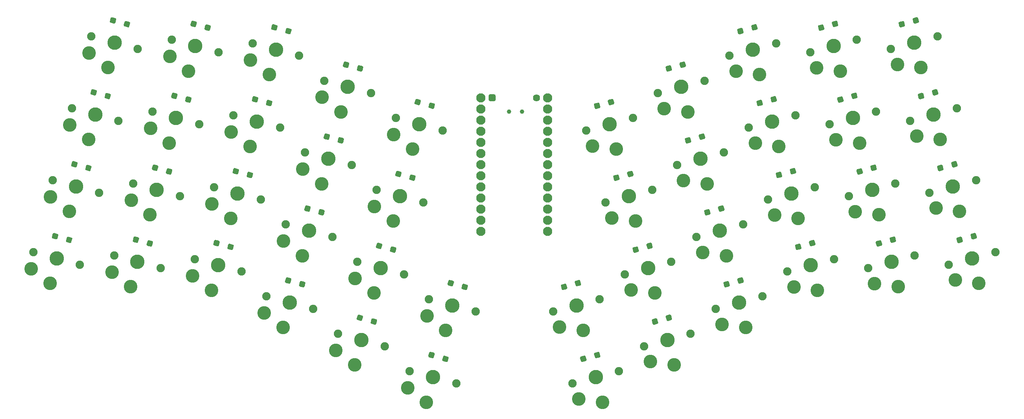
<source format=gbr>
%TF.GenerationSoftware,KiCad,Pcbnew,(5.1.10)-1*%
%TF.CreationDate,2021-10-19T15:54:07-06:00*%
%TF.ProjectId,batreus,62617472-6575-4732-9e6b-696361645f70,rev?*%
%TF.SameCoordinates,Original*%
%TF.FileFunction,Soldermask,Top*%
%TF.FilePolarity,Negative*%
%FSLAX46Y46*%
G04 Gerber Fmt 4.6, Leading zero omitted, Abs format (unit mm)*
G04 Created by KiCad (PCBNEW (5.1.10)-1) date 2021-10-19 15:54:07*
%MOMM*%
%LPD*%
G01*
G04 APERTURE LIST*
%ADD10C,3.100000*%
%ADD11C,1.900000*%
%ADD12C,3.300000*%
%ADD13C,1.624000*%
%ADD14C,2.100000*%
%ADD15C,1.000000*%
G04 APERTURE END LIST*
%TO.C,S20*%
G36*
G01*
X52052465Y-101011487D02*
X52254343Y-100258065D01*
G75*
G02*
X52572777Y-100074217I251141J-67293D01*
G01*
X53326199Y-100276095D01*
G75*
G02*
X53510047Y-100594529I-67293J-251141D01*
G01*
X53308169Y-101347951D01*
G75*
G02*
X52989735Y-101531799I-251141J67293D01*
G01*
X52236313Y-101329921D01*
G75*
G02*
X52052465Y-101011487I67293J251141D01*
G01*
G37*
G36*
G01*
X48864910Y-100157385D02*
X49066788Y-99403963D01*
G75*
G02*
X49385222Y-99220115I251141J-67293D01*
G01*
X50138644Y-99421993D01*
G75*
G02*
X50322492Y-99740427I-67293J-251141D01*
G01*
X50120614Y-100493849D01*
G75*
G02*
X49802180Y-100677697I-251141J67293D01*
G01*
X49048758Y-100475819D01*
G75*
G02*
X48864910Y-100157385I67293J251141D01*
G01*
G37*
D10*
X44132005Y-107388824D03*
X48418115Y-110711363D03*
D11*
X55257739Y-106435906D03*
X44632555Y-103588896D03*
D12*
X49945147Y-105012401D03*
%TD*%
%TO.C,S30*%
G36*
G01*
X47652542Y-117432226D02*
X47854420Y-116678804D01*
G75*
G02*
X48172854Y-116494956I251141J-67293D01*
G01*
X48926276Y-116696834D01*
G75*
G02*
X49110124Y-117015268I-67293J-251141D01*
G01*
X48908246Y-117768690D01*
G75*
G02*
X48589812Y-117952538I-251141J67293D01*
G01*
X47836390Y-117750660D01*
G75*
G02*
X47652542Y-117432226I67293J251141D01*
G01*
G37*
G36*
G01*
X44464987Y-116578124D02*
X44666865Y-115824702D01*
G75*
G02*
X44985299Y-115640854I251141J-67293D01*
G01*
X45738721Y-115842732D01*
G75*
G02*
X45922569Y-116161166I-67293J-251141D01*
G01*
X45720691Y-116914588D01*
G75*
G02*
X45402257Y-117098436I-251141J67293D01*
G01*
X44648835Y-116896558D01*
G75*
G02*
X44464987Y-116578124I67293J251141D01*
G01*
G37*
D10*
X39732082Y-123809563D03*
X44018192Y-127132102D03*
D11*
X50857816Y-122856645D03*
X40232632Y-120009635D03*
D12*
X45545224Y-121433140D03*
%TD*%
%TO.C,S43*%
G36*
G01*
X168381262Y-144072006D02*
X168179384Y-143318584D01*
G75*
G02*
X168363232Y-143000150I251141J67293D01*
G01*
X169116654Y-142798272D01*
G75*
G02*
X169435088Y-142982120I67293J-251141D01*
G01*
X169636966Y-143735542D01*
G75*
G02*
X169453118Y-144053976I-251141J-67293D01*
G01*
X168699696Y-144255854D01*
G75*
G02*
X168381262Y-144072006I-67293J251141D01*
G01*
G37*
G36*
G01*
X165193707Y-144926108D02*
X164991829Y-144172686D01*
G75*
G02*
X165175677Y-143854252I251141J67293D01*
G01*
X165929099Y-143652374D01*
G75*
G02*
X166247533Y-143836222I67293J-251141D01*
G01*
X166449411Y-144589644D01*
G75*
G02*
X166265563Y-144908078I-251141J-67293D01*
G01*
X165512141Y-145109956D01*
G75*
G02*
X165193707Y-144926108I-67293J251141D01*
G01*
G37*
D10*
X164710612Y-153555171D03*
X170083761Y-154289520D03*
D11*
X173869321Y-147167053D03*
X163244137Y-150014063D03*
D12*
X168556729Y-148590558D03*
%TD*%
%TO.C,S42*%
G36*
G01*
X133550589Y-144589644D02*
X133752467Y-143836222D01*
G75*
G02*
X134070901Y-143652374I251141J-67293D01*
G01*
X134824323Y-143854252D01*
G75*
G02*
X135008171Y-144172686I-67293J-251141D01*
G01*
X134806293Y-144926108D01*
G75*
G02*
X134487859Y-145109956I-251141J67293D01*
G01*
X133734437Y-144908078D01*
G75*
G02*
X133550589Y-144589644I67293J251141D01*
G01*
G37*
G36*
G01*
X130363034Y-143735542D02*
X130564912Y-142982120D01*
G75*
G02*
X130883346Y-142798272I251141J-67293D01*
G01*
X131636768Y-143000150D01*
G75*
G02*
X131820616Y-143318584I-67293J-251141D01*
G01*
X131618738Y-144072006D01*
G75*
G02*
X131300304Y-144255854I-251141J67293D01*
G01*
X130546882Y-144053976D01*
G75*
G02*
X130363034Y-143735542I67293J251141D01*
G01*
G37*
D10*
X125630129Y-150966981D03*
X129916239Y-154289520D03*
D11*
X136755863Y-150014063D03*
X126130679Y-147167053D03*
D12*
X131443271Y-148590558D03*
%TD*%
%TO.C,S41*%
G36*
G01*
X163981338Y-127651266D02*
X163779460Y-126897844D01*
G75*
G02*
X163963308Y-126579410I251141J67293D01*
G01*
X164716730Y-126377532D01*
G75*
G02*
X165035164Y-126561380I67293J-251141D01*
G01*
X165237042Y-127314802D01*
G75*
G02*
X165053194Y-127633236I-251141J-67293D01*
G01*
X164299772Y-127835114D01*
G75*
G02*
X163981338Y-127651266I-67293J251141D01*
G01*
G37*
G36*
G01*
X160793783Y-128505368D02*
X160591905Y-127751946D01*
G75*
G02*
X160775753Y-127433512I251141J67293D01*
G01*
X161529175Y-127231634D01*
G75*
G02*
X161847609Y-127415482I67293J-251141D01*
G01*
X162049487Y-128168904D01*
G75*
G02*
X161865639Y-128487338I-251141J-67293D01*
G01*
X161112217Y-128689216D01*
G75*
G02*
X160793783Y-128505368I-67293J251141D01*
G01*
G37*
D10*
X160310688Y-137134431D03*
X165683837Y-137868780D03*
D11*
X169469397Y-130746313D03*
X158844213Y-133593323D03*
D12*
X164156805Y-132169818D03*
%TD*%
%TO.C,S40*%
G36*
G01*
X137950513Y-128168904D02*
X138152391Y-127415482D01*
G75*
G02*
X138470825Y-127231634I251141J-67293D01*
G01*
X139224247Y-127433512D01*
G75*
G02*
X139408095Y-127751946I-67293J-251141D01*
G01*
X139206217Y-128505368D01*
G75*
G02*
X138887783Y-128689216I-251141J67293D01*
G01*
X138134361Y-128487338D01*
G75*
G02*
X137950513Y-128168904I67293J251141D01*
G01*
G37*
G36*
G01*
X134762958Y-127314802D02*
X134964836Y-126561380D01*
G75*
G02*
X135283270Y-126377532I251141J-67293D01*
G01*
X136036692Y-126579410D01*
G75*
G02*
X136220540Y-126897844I-67293J-251141D01*
G01*
X136018662Y-127651266D01*
G75*
G02*
X135700228Y-127835114I-251141J67293D01*
G01*
X134946806Y-127633236D01*
G75*
G02*
X134762958Y-127314802I67293J251141D01*
G01*
G37*
D10*
X130030053Y-134546241D03*
X134316163Y-137868780D03*
D11*
X141155787Y-133593323D03*
X130530603Y-130746313D03*
D12*
X135843195Y-132169818D03*
%TD*%
%TO.C,S39*%
G36*
G01*
X254279309Y-116914588D02*
X254077431Y-116161166D01*
G75*
G02*
X254261279Y-115842732I251141J67293D01*
G01*
X255014701Y-115640854D01*
G75*
G02*
X255333135Y-115824702I67293J-251141D01*
G01*
X255535013Y-116578124D01*
G75*
G02*
X255351165Y-116896558I-251141J-67293D01*
G01*
X254597743Y-117098436D01*
G75*
G02*
X254279309Y-116914588I-67293J251141D01*
G01*
G37*
G36*
G01*
X251091754Y-117768690D02*
X250889876Y-117015268D01*
G75*
G02*
X251073724Y-116696834I251141J67293D01*
G01*
X251827146Y-116494956D01*
G75*
G02*
X252145580Y-116678804I67293J-251141D01*
G01*
X252347458Y-117432226D01*
G75*
G02*
X252163610Y-117750660I-251141J-67293D01*
G01*
X251410188Y-117952538D01*
G75*
G02*
X251091754Y-117768690I-67293J251141D01*
G01*
G37*
D10*
X250608659Y-126397753D03*
X255981808Y-127132102D03*
D11*
X259767368Y-120009635D03*
X249142184Y-122856645D03*
D12*
X254454776Y-121433140D03*
%TD*%
%TO.C,S38*%
G36*
G01*
X235857368Y-117709628D02*
X235655490Y-116956206D01*
G75*
G02*
X235839338Y-116637772I251141J67293D01*
G01*
X236592760Y-116435894D01*
G75*
G02*
X236911194Y-116619742I67293J-251141D01*
G01*
X237113072Y-117373164D01*
G75*
G02*
X236929224Y-117691598I-251141J-67293D01*
G01*
X236175802Y-117893476D01*
G75*
G02*
X235857368Y-117709628I-67293J251141D01*
G01*
G37*
G36*
G01*
X232669813Y-118563730D02*
X232467935Y-117810308D01*
G75*
G02*
X232651783Y-117491874I251141J67293D01*
G01*
X233405205Y-117289996D01*
G75*
G02*
X233723639Y-117473844I67293J-251141D01*
G01*
X233925517Y-118227266D01*
G75*
G02*
X233741669Y-118545700I-251141J-67293D01*
G01*
X232988247Y-118747578D01*
G75*
G02*
X232669813Y-118563730I-67293J251141D01*
G01*
G37*
D10*
X232186718Y-127192793D03*
X237559867Y-127927142D03*
D11*
X241345427Y-120804675D03*
X230720243Y-123651685D03*
D12*
X236032835Y-122228180D03*
%TD*%
%TO.C,S37*%
G36*
G01*
X217435427Y-118504667D02*
X217233549Y-117751245D01*
G75*
G02*
X217417397Y-117432811I251141J67293D01*
G01*
X218170819Y-117230933D01*
G75*
G02*
X218489253Y-117414781I67293J-251141D01*
G01*
X218691131Y-118168203D01*
G75*
G02*
X218507283Y-118486637I-251141J-67293D01*
G01*
X217753861Y-118688515D01*
G75*
G02*
X217435427Y-118504667I-67293J251141D01*
G01*
G37*
G36*
G01*
X214247872Y-119358769D02*
X214045994Y-118605347D01*
G75*
G02*
X214229842Y-118286913I251141J67293D01*
G01*
X214983264Y-118085035D01*
G75*
G02*
X215301698Y-118268883I67293J-251141D01*
G01*
X215503576Y-119022305D01*
G75*
G02*
X215319728Y-119340739I-251141J-67293D01*
G01*
X214566306Y-119542617D01*
G75*
G02*
X214247872Y-119358769I-67293J251141D01*
G01*
G37*
D10*
X213764777Y-127987832D03*
X219137926Y-128722181D03*
D11*
X222923486Y-121599714D03*
X212298302Y-124446724D03*
D12*
X217610894Y-123023219D03*
%TD*%
%TO.C,S36*%
G36*
G01*
X201084038Y-127027113D02*
X200882160Y-126273691D01*
G75*
G02*
X201066008Y-125955257I251141J67293D01*
G01*
X201819430Y-125753379D01*
G75*
G02*
X202137864Y-125937227I67293J-251141D01*
G01*
X202339742Y-126690649D01*
G75*
G02*
X202155894Y-127009083I-251141J-67293D01*
G01*
X201402472Y-127210961D01*
G75*
G02*
X201084038Y-127027113I-67293J251141D01*
G01*
G37*
G36*
G01*
X197896483Y-127881215D02*
X197694605Y-127127793D01*
G75*
G02*
X197878453Y-126809359I251141J67293D01*
G01*
X198631875Y-126607481D01*
G75*
G02*
X198950309Y-126791329I67293J-251141D01*
G01*
X199152187Y-127544751D01*
G75*
G02*
X198968339Y-127863185I-251141J-67293D01*
G01*
X198214917Y-128065063D01*
G75*
G02*
X197896483Y-127881215I-67293J251141D01*
G01*
G37*
D10*
X197413388Y-136510278D03*
X202786537Y-137244627D03*
D11*
X206572097Y-130122160D03*
X195946913Y-132969170D03*
D12*
X201259505Y-131545665D03*
%TD*%
%TO.C,S35*%
G36*
G01*
X184732650Y-135549559D02*
X184530772Y-134796137D01*
G75*
G02*
X184714620Y-134477703I251141J67293D01*
G01*
X185468042Y-134275825D01*
G75*
G02*
X185786476Y-134459673I67293J-251141D01*
G01*
X185988354Y-135213095D01*
G75*
G02*
X185804506Y-135531529I-251141J-67293D01*
G01*
X185051084Y-135733407D01*
G75*
G02*
X184732650Y-135549559I-67293J251141D01*
G01*
G37*
G36*
G01*
X181545095Y-136403661D02*
X181343217Y-135650239D01*
G75*
G02*
X181527065Y-135331805I251141J67293D01*
G01*
X182280487Y-135129927D01*
G75*
G02*
X182598921Y-135313775I67293J-251141D01*
G01*
X182800799Y-136067197D01*
G75*
G02*
X182616951Y-136385631I-251141J-67293D01*
G01*
X181863529Y-136587509D01*
G75*
G02*
X181545095Y-136403661I-67293J251141D01*
G01*
G37*
D10*
X181062000Y-145032724D03*
X186435149Y-145767073D03*
D11*
X190220709Y-138644606D03*
X179595525Y-141491616D03*
D12*
X184908117Y-140068111D03*
%TD*%
%TO.C,S34*%
G36*
G01*
X117199201Y-136067197D02*
X117401079Y-135313775D01*
G75*
G02*
X117719513Y-135129927I251141J-67293D01*
G01*
X118472935Y-135331805D01*
G75*
G02*
X118656783Y-135650239I-67293J-251141D01*
G01*
X118454905Y-136403661D01*
G75*
G02*
X118136471Y-136587509I-251141J67293D01*
G01*
X117383049Y-136385631D01*
G75*
G02*
X117199201Y-136067197I67293J251141D01*
G01*
G37*
G36*
G01*
X114011646Y-135213095D02*
X114213524Y-134459673D01*
G75*
G02*
X114531958Y-134275825I251141J-67293D01*
G01*
X115285380Y-134477703D01*
G75*
G02*
X115469228Y-134796137I-67293J-251141D01*
G01*
X115267350Y-135549559D01*
G75*
G02*
X114948916Y-135733407I-251141J67293D01*
G01*
X114195494Y-135531529D01*
G75*
G02*
X114011646Y-135213095I67293J251141D01*
G01*
G37*
D10*
X109278741Y-142444534D03*
X113564851Y-145767073D03*
D11*
X120404475Y-141491616D03*
X109779291Y-138644606D03*
D12*
X115091883Y-140068111D03*
%TD*%
%TO.C,S33*%
G36*
G01*
X100847813Y-127544751D02*
X101049691Y-126791329D01*
G75*
G02*
X101368125Y-126607481I251141J-67293D01*
G01*
X102121547Y-126809359D01*
G75*
G02*
X102305395Y-127127793I-67293J-251141D01*
G01*
X102103517Y-127881215D01*
G75*
G02*
X101785083Y-128065063I-251141J67293D01*
G01*
X101031661Y-127863185D01*
G75*
G02*
X100847813Y-127544751I67293J251141D01*
G01*
G37*
G36*
G01*
X97660258Y-126690649D02*
X97862136Y-125937227D01*
G75*
G02*
X98180570Y-125753379I251141J-67293D01*
G01*
X98933992Y-125955257D01*
G75*
G02*
X99117840Y-126273691I-67293J-251141D01*
G01*
X98915962Y-127027113D01*
G75*
G02*
X98597528Y-127210961I-251141J67293D01*
G01*
X97844106Y-127009083D01*
G75*
G02*
X97660258Y-126690649I67293J251141D01*
G01*
G37*
D10*
X92927353Y-133922088D03*
X97213463Y-137244627D03*
D11*
X104053087Y-132969170D03*
X93427903Y-130122160D03*
D12*
X98740495Y-131545665D03*
%TD*%
%TO.C,S32*%
G36*
G01*
X84496424Y-119022305D02*
X84698302Y-118268883D01*
G75*
G02*
X85016736Y-118085035I251141J-67293D01*
G01*
X85770158Y-118286913D01*
G75*
G02*
X85954006Y-118605347I-67293J-251141D01*
G01*
X85752128Y-119358769D01*
G75*
G02*
X85433694Y-119542617I-251141J67293D01*
G01*
X84680272Y-119340739D01*
G75*
G02*
X84496424Y-119022305I67293J251141D01*
G01*
G37*
G36*
G01*
X81308869Y-118168203D02*
X81510747Y-117414781D01*
G75*
G02*
X81829181Y-117230933I251141J-67293D01*
G01*
X82582603Y-117432811D01*
G75*
G02*
X82766451Y-117751245I-67293J-251141D01*
G01*
X82564573Y-118504667D01*
G75*
G02*
X82246139Y-118688515I-251141J67293D01*
G01*
X81492717Y-118486637D01*
G75*
G02*
X81308869Y-118168203I67293J251141D01*
G01*
G37*
D10*
X76575964Y-125399642D03*
X80862074Y-128722181D03*
D11*
X87701698Y-124446724D03*
X77076514Y-121599714D03*
D12*
X82389106Y-123023219D03*
%TD*%
%TO.C,S31*%
G36*
G01*
X66074483Y-118227266D02*
X66276361Y-117473844D01*
G75*
G02*
X66594795Y-117289996I251141J-67293D01*
G01*
X67348217Y-117491874D01*
G75*
G02*
X67532065Y-117810308I-67293J-251141D01*
G01*
X67330187Y-118563730D01*
G75*
G02*
X67011753Y-118747578I-251141J67293D01*
G01*
X66258331Y-118545700D01*
G75*
G02*
X66074483Y-118227266I67293J251141D01*
G01*
G37*
G36*
G01*
X62886928Y-117373164D02*
X63088806Y-116619742D01*
G75*
G02*
X63407240Y-116435894I251141J-67293D01*
G01*
X64160662Y-116637772D01*
G75*
G02*
X64344510Y-116956206I-67293J-251141D01*
G01*
X64142632Y-117709628D01*
G75*
G02*
X63824198Y-117893476I-251141J67293D01*
G01*
X63070776Y-117691598D01*
G75*
G02*
X62886928Y-117373164I67293J251141D01*
G01*
G37*
D10*
X58154023Y-124604603D03*
X62440133Y-127927142D03*
D11*
X69279757Y-123651685D03*
X58654573Y-120804675D03*
D12*
X63967165Y-122228180D03*
%TD*%
%TO.C,S29*%
G36*
G01*
X249879386Y-100493849D02*
X249677508Y-99740427D01*
G75*
G02*
X249861356Y-99421993I251141J67293D01*
G01*
X250614778Y-99220115D01*
G75*
G02*
X250933212Y-99403963I67293J-251141D01*
G01*
X251135090Y-100157385D01*
G75*
G02*
X250951242Y-100475819I-251141J-67293D01*
G01*
X250197820Y-100677697D01*
G75*
G02*
X249879386Y-100493849I-67293J251141D01*
G01*
G37*
G36*
G01*
X246691831Y-101347951D02*
X246489953Y-100594529D01*
G75*
G02*
X246673801Y-100276095I251141J67293D01*
G01*
X247427223Y-100074217D01*
G75*
G02*
X247745657Y-100258065I67293J-251141D01*
G01*
X247947535Y-101011487D01*
G75*
G02*
X247763687Y-101329921I-251141J-67293D01*
G01*
X247010265Y-101531799D01*
G75*
G02*
X246691831Y-101347951I-67293J251141D01*
G01*
G37*
D10*
X246208736Y-109977014D03*
X251581885Y-110711363D03*
D11*
X255367445Y-103588896D03*
X244742261Y-106435906D03*
D12*
X250054853Y-105012401D03*
%TD*%
%TO.C,S28*%
G36*
G01*
X231457445Y-101288889D02*
X231255567Y-100535467D01*
G75*
G02*
X231439415Y-100217033I251141J67293D01*
G01*
X232192837Y-100015155D01*
G75*
G02*
X232511271Y-100199003I67293J-251141D01*
G01*
X232713149Y-100952425D01*
G75*
G02*
X232529301Y-101270859I-251141J-67293D01*
G01*
X231775879Y-101472737D01*
G75*
G02*
X231457445Y-101288889I-67293J251141D01*
G01*
G37*
G36*
G01*
X228269890Y-102142991D02*
X228068012Y-101389569D01*
G75*
G02*
X228251860Y-101071135I251141J67293D01*
G01*
X229005282Y-100869257D01*
G75*
G02*
X229323716Y-101053105I67293J-251141D01*
G01*
X229525594Y-101806527D01*
G75*
G02*
X229341746Y-102124961I-251141J-67293D01*
G01*
X228588324Y-102326839D01*
G75*
G02*
X228269890Y-102142991I-67293J251141D01*
G01*
G37*
D10*
X227786795Y-110772054D03*
X233159944Y-111506403D03*
D11*
X236945504Y-104383936D03*
X226320320Y-107230946D03*
D12*
X231632912Y-105807441D03*
%TD*%
%TO.C,S27*%
G36*
G01*
X213035504Y-102083928D02*
X212833626Y-101330506D01*
G75*
G02*
X213017474Y-101012072I251141J67293D01*
G01*
X213770896Y-100810194D01*
G75*
G02*
X214089330Y-100994042I67293J-251141D01*
G01*
X214291208Y-101747464D01*
G75*
G02*
X214107360Y-102065898I-251141J-67293D01*
G01*
X213353938Y-102267776D01*
G75*
G02*
X213035504Y-102083928I-67293J251141D01*
G01*
G37*
G36*
G01*
X209847949Y-102938030D02*
X209646071Y-102184608D01*
G75*
G02*
X209829919Y-101866174I251141J67293D01*
G01*
X210583341Y-101664296D01*
G75*
G02*
X210901775Y-101848144I67293J-251141D01*
G01*
X211103653Y-102601566D01*
G75*
G02*
X210919805Y-102920000I-251141J-67293D01*
G01*
X210166383Y-103121878D01*
G75*
G02*
X209847949Y-102938030I-67293J251141D01*
G01*
G37*
D10*
X209364854Y-111567093D03*
X214738003Y-112301442D03*
D11*
X218523563Y-105178975D03*
X207898379Y-108025985D03*
D12*
X213210971Y-106602480D03*
%TD*%
%TO.C,S26*%
G36*
G01*
X196684115Y-110606374D02*
X196482237Y-109852952D01*
G75*
G02*
X196666085Y-109534518I251141J67293D01*
G01*
X197419507Y-109332640D01*
G75*
G02*
X197737941Y-109516488I67293J-251141D01*
G01*
X197939819Y-110269910D01*
G75*
G02*
X197755971Y-110588344I-251141J-67293D01*
G01*
X197002549Y-110790222D01*
G75*
G02*
X196684115Y-110606374I-67293J251141D01*
G01*
G37*
G36*
G01*
X193496560Y-111460476D02*
X193294682Y-110707054D01*
G75*
G02*
X193478530Y-110388620I251141J67293D01*
G01*
X194231952Y-110186742D01*
G75*
G02*
X194550386Y-110370590I67293J-251141D01*
G01*
X194752264Y-111124012D01*
G75*
G02*
X194568416Y-111442446I-251141J-67293D01*
G01*
X193814994Y-111644324D01*
G75*
G02*
X193496560Y-111460476I-67293J251141D01*
G01*
G37*
D10*
X193013465Y-120089539D03*
X198386614Y-120823888D03*
D11*
X202172174Y-113701421D03*
X191546990Y-116548431D03*
D12*
X196859582Y-115124926D03*
%TD*%
%TO.C,S25*%
G36*
G01*
X180332726Y-119128820D02*
X180130848Y-118375398D01*
G75*
G02*
X180314696Y-118056964I251141J67293D01*
G01*
X181068118Y-117855086D01*
G75*
G02*
X181386552Y-118038934I67293J-251141D01*
G01*
X181588430Y-118792356D01*
G75*
G02*
X181404582Y-119110790I-251141J-67293D01*
G01*
X180651160Y-119312668D01*
G75*
G02*
X180332726Y-119128820I-67293J251141D01*
G01*
G37*
G36*
G01*
X177145171Y-119982922D02*
X176943293Y-119229500D01*
G75*
G02*
X177127141Y-118911066I251141J67293D01*
G01*
X177880563Y-118709188D01*
G75*
G02*
X178198997Y-118893036I67293J-251141D01*
G01*
X178400875Y-119646458D01*
G75*
G02*
X178217027Y-119964892I-251141J-67293D01*
G01*
X177463605Y-120166770D01*
G75*
G02*
X177145171Y-119982922I-67293J251141D01*
G01*
G37*
D10*
X176662076Y-128611985D03*
X182035225Y-129346334D03*
D11*
X185820785Y-122223867D03*
X175195601Y-125070877D03*
D12*
X180508193Y-123647372D03*
%TD*%
%TO.C,S24*%
G36*
G01*
X121599125Y-119646458D02*
X121801003Y-118893036D01*
G75*
G02*
X122119437Y-118709188I251141J-67293D01*
G01*
X122872859Y-118911066D01*
G75*
G02*
X123056707Y-119229500I-67293J-251141D01*
G01*
X122854829Y-119982922D01*
G75*
G02*
X122536395Y-120166770I-251141J67293D01*
G01*
X121782973Y-119964892D01*
G75*
G02*
X121599125Y-119646458I67293J251141D01*
G01*
G37*
G36*
G01*
X118411570Y-118792356D02*
X118613448Y-118038934D01*
G75*
G02*
X118931882Y-117855086I251141J-67293D01*
G01*
X119685304Y-118056964D01*
G75*
G02*
X119869152Y-118375398I-67293J-251141D01*
G01*
X119667274Y-119128820D01*
G75*
G02*
X119348840Y-119312668I-251141J67293D01*
G01*
X118595418Y-119110790D01*
G75*
G02*
X118411570Y-118792356I67293J251141D01*
G01*
G37*
D10*
X113678665Y-126023795D03*
X117964775Y-129346334D03*
D11*
X124804399Y-125070877D03*
X114179215Y-122223867D03*
D12*
X119491807Y-123647372D03*
%TD*%
%TO.C,S23*%
G36*
G01*
X105247736Y-111124012D02*
X105449614Y-110370590D01*
G75*
G02*
X105768048Y-110186742I251141J-67293D01*
G01*
X106521470Y-110388620D01*
G75*
G02*
X106705318Y-110707054I-67293J-251141D01*
G01*
X106503440Y-111460476D01*
G75*
G02*
X106185006Y-111644324I-251141J67293D01*
G01*
X105431584Y-111442446D01*
G75*
G02*
X105247736Y-111124012I67293J251141D01*
G01*
G37*
G36*
G01*
X102060181Y-110269910D02*
X102262059Y-109516488D01*
G75*
G02*
X102580493Y-109332640I251141J-67293D01*
G01*
X103333915Y-109534518D01*
G75*
G02*
X103517763Y-109852952I-67293J-251141D01*
G01*
X103315885Y-110606374D01*
G75*
G02*
X102997451Y-110790222I-251141J67293D01*
G01*
X102244029Y-110588344D01*
G75*
G02*
X102060181Y-110269910I67293J251141D01*
G01*
G37*
D10*
X97327276Y-117501349D03*
X101613386Y-120823888D03*
D11*
X108453010Y-116548431D03*
X97827826Y-113701421D03*
D12*
X103140418Y-115124926D03*
%TD*%
%TO.C,S22*%
G36*
G01*
X88896347Y-102601566D02*
X89098225Y-101848144D01*
G75*
G02*
X89416659Y-101664296I251141J-67293D01*
G01*
X90170081Y-101866174D01*
G75*
G02*
X90353929Y-102184608I-67293J-251141D01*
G01*
X90152051Y-102938030D01*
G75*
G02*
X89833617Y-103121878I-251141J67293D01*
G01*
X89080195Y-102920000D01*
G75*
G02*
X88896347Y-102601566I67293J251141D01*
G01*
G37*
G36*
G01*
X85708792Y-101747464D02*
X85910670Y-100994042D01*
G75*
G02*
X86229104Y-100810194I251141J-67293D01*
G01*
X86982526Y-101012072D01*
G75*
G02*
X87166374Y-101330506I-67293J-251141D01*
G01*
X86964496Y-102083928D01*
G75*
G02*
X86646062Y-102267776I-251141J67293D01*
G01*
X85892640Y-102065898D01*
G75*
G02*
X85708792Y-101747464I67293J251141D01*
G01*
G37*
D10*
X80975887Y-108978903D03*
X85261997Y-112301442D03*
D11*
X92101621Y-108025985D03*
X81476437Y-105178975D03*
D12*
X86789029Y-106602480D03*
%TD*%
%TO.C,S21*%
G36*
G01*
X70474406Y-101806527D02*
X70676284Y-101053105D01*
G75*
G02*
X70994718Y-100869257I251141J-67293D01*
G01*
X71748140Y-101071135D01*
G75*
G02*
X71931988Y-101389569I-67293J-251141D01*
G01*
X71730110Y-102142991D01*
G75*
G02*
X71411676Y-102326839I-251141J67293D01*
G01*
X70658254Y-102124961D01*
G75*
G02*
X70474406Y-101806527I67293J251141D01*
G01*
G37*
G36*
G01*
X67286851Y-100952425D02*
X67488729Y-100199003D01*
G75*
G02*
X67807163Y-100015155I251141J-67293D01*
G01*
X68560585Y-100217033D01*
G75*
G02*
X68744433Y-100535467I-67293J-251141D01*
G01*
X68542555Y-101288889D01*
G75*
G02*
X68224121Y-101472737I-251141J67293D01*
G01*
X67470699Y-101270859D01*
G75*
G02*
X67286851Y-100952425I67293J251141D01*
G01*
G37*
D10*
X62553946Y-108183864D03*
X66840056Y-111506403D03*
D11*
X73679680Y-107230946D03*
X63054496Y-104383936D03*
D12*
X68367088Y-105807441D03*
%TD*%
%TO.C,S19*%
G36*
G01*
X245479461Y-84073110D02*
X245277583Y-83319688D01*
G75*
G02*
X245461431Y-83001254I251141J67293D01*
G01*
X246214853Y-82799376D01*
G75*
G02*
X246533287Y-82983224I67293J-251141D01*
G01*
X246735165Y-83736646D01*
G75*
G02*
X246551317Y-84055080I-251141J-67293D01*
G01*
X245797895Y-84256958D01*
G75*
G02*
X245479461Y-84073110I-67293J251141D01*
G01*
G37*
G36*
G01*
X242291906Y-84927212D02*
X242090028Y-84173790D01*
G75*
G02*
X242273876Y-83855356I251141J67293D01*
G01*
X243027298Y-83653478D01*
G75*
G02*
X243345732Y-83837326I67293J-251141D01*
G01*
X243547610Y-84590748D01*
G75*
G02*
X243363762Y-84909182I-251141J-67293D01*
G01*
X242610340Y-85111060D01*
G75*
G02*
X242291906Y-84927212I-67293J251141D01*
G01*
G37*
D10*
X241808811Y-93556275D03*
X247181960Y-94290624D03*
D11*
X250967520Y-87168157D03*
X240342336Y-90015167D03*
D12*
X245654928Y-88591662D03*
%TD*%
%TO.C,S18*%
G36*
G01*
X227057521Y-84868150D02*
X226855643Y-84114728D01*
G75*
G02*
X227039491Y-83796294I251141J67293D01*
G01*
X227792913Y-83594416D01*
G75*
G02*
X228111347Y-83778264I67293J-251141D01*
G01*
X228313225Y-84531686D01*
G75*
G02*
X228129377Y-84850120I-251141J-67293D01*
G01*
X227375955Y-85051998D01*
G75*
G02*
X227057521Y-84868150I-67293J251141D01*
G01*
G37*
G36*
G01*
X223869966Y-85722252D02*
X223668088Y-84968830D01*
G75*
G02*
X223851936Y-84650396I251141J67293D01*
G01*
X224605358Y-84448518D01*
G75*
G02*
X224923792Y-84632366I67293J-251141D01*
G01*
X225125670Y-85385788D01*
G75*
G02*
X224941822Y-85704222I-251141J-67293D01*
G01*
X224188400Y-85906100D01*
G75*
G02*
X223869966Y-85722252I-67293J251141D01*
G01*
G37*
D10*
X223386871Y-94351315D03*
X228760020Y-95085664D03*
D11*
X232545580Y-87963197D03*
X221920396Y-90810207D03*
D12*
X227232988Y-89386702D03*
%TD*%
%TO.C,S17*%
G36*
G01*
X208635579Y-85663189D02*
X208433701Y-84909767D01*
G75*
G02*
X208617549Y-84591333I251141J67293D01*
G01*
X209370971Y-84389455D01*
G75*
G02*
X209689405Y-84573303I67293J-251141D01*
G01*
X209891283Y-85326725D01*
G75*
G02*
X209707435Y-85645159I-251141J-67293D01*
G01*
X208954013Y-85847037D01*
G75*
G02*
X208635579Y-85663189I-67293J251141D01*
G01*
G37*
G36*
G01*
X205448024Y-86517291D02*
X205246146Y-85763869D01*
G75*
G02*
X205429994Y-85445435I251141J67293D01*
G01*
X206183416Y-85243557D01*
G75*
G02*
X206501850Y-85427405I67293J-251141D01*
G01*
X206703728Y-86180827D01*
G75*
G02*
X206519880Y-86499261I-251141J-67293D01*
G01*
X205766458Y-86701139D01*
G75*
G02*
X205448024Y-86517291I-67293J251141D01*
G01*
G37*
D10*
X204964929Y-95146354D03*
X210338078Y-95880703D03*
D11*
X214123638Y-88758236D03*
X203498454Y-91605246D03*
D12*
X208811046Y-90181741D03*
%TD*%
%TO.C,S16*%
G36*
G01*
X192284191Y-94185635D02*
X192082313Y-93432213D01*
G75*
G02*
X192266161Y-93113779I251141J67293D01*
G01*
X193019583Y-92911901D01*
G75*
G02*
X193338017Y-93095749I67293J-251141D01*
G01*
X193539895Y-93849171D01*
G75*
G02*
X193356047Y-94167605I-251141J-67293D01*
G01*
X192602625Y-94369483D01*
G75*
G02*
X192284191Y-94185635I-67293J251141D01*
G01*
G37*
G36*
G01*
X189096636Y-95039737D02*
X188894758Y-94286315D01*
G75*
G02*
X189078606Y-93967881I251141J67293D01*
G01*
X189832028Y-93766003D01*
G75*
G02*
X190150462Y-93949851I67293J-251141D01*
G01*
X190352340Y-94703273D01*
G75*
G02*
X190168492Y-95021707I-251141J-67293D01*
G01*
X189415070Y-95223585D01*
G75*
G02*
X189096636Y-95039737I-67293J251141D01*
G01*
G37*
D10*
X188613541Y-103668800D03*
X193986690Y-104403149D03*
D11*
X197772250Y-97280682D03*
X187147066Y-100127692D03*
D12*
X192459658Y-98704187D03*
%TD*%
%TO.C,S15*%
G36*
G01*
X175932802Y-102708081D02*
X175730924Y-101954659D01*
G75*
G02*
X175914772Y-101636225I251141J67293D01*
G01*
X176668194Y-101434347D01*
G75*
G02*
X176986628Y-101618195I67293J-251141D01*
G01*
X177188506Y-102371617D01*
G75*
G02*
X177004658Y-102690051I-251141J-67293D01*
G01*
X176251236Y-102891929D01*
G75*
G02*
X175932802Y-102708081I-67293J251141D01*
G01*
G37*
G36*
G01*
X172745247Y-103562183D02*
X172543369Y-102808761D01*
G75*
G02*
X172727217Y-102490327I251141J67293D01*
G01*
X173480639Y-102288449D01*
G75*
G02*
X173799073Y-102472297I67293J-251141D01*
G01*
X174000951Y-103225719D01*
G75*
G02*
X173817103Y-103544153I-251141J-67293D01*
G01*
X173063681Y-103746031D01*
G75*
G02*
X172745247Y-103562183I-67293J251141D01*
G01*
G37*
D10*
X172262152Y-112191246D03*
X177635301Y-112925595D03*
D11*
X181420861Y-105803128D03*
X170795677Y-108650138D03*
D12*
X176108269Y-107226633D03*
%TD*%
%TO.C,S14*%
G36*
G01*
X125999049Y-103225719D02*
X126200927Y-102472297D01*
G75*
G02*
X126519361Y-102288449I251141J-67293D01*
G01*
X127272783Y-102490327D01*
G75*
G02*
X127456631Y-102808761I-67293J-251141D01*
G01*
X127254753Y-103562183D01*
G75*
G02*
X126936319Y-103746031I-251141J67293D01*
G01*
X126182897Y-103544153D01*
G75*
G02*
X125999049Y-103225719I67293J251141D01*
G01*
G37*
G36*
G01*
X122811494Y-102371617D02*
X123013372Y-101618195D01*
G75*
G02*
X123331806Y-101434347I251141J-67293D01*
G01*
X124085228Y-101636225D01*
G75*
G02*
X124269076Y-101954659I-67293J-251141D01*
G01*
X124067198Y-102708081D01*
G75*
G02*
X123748764Y-102891929I-251141J67293D01*
G01*
X122995342Y-102690051D01*
G75*
G02*
X122811494Y-102371617I67293J251141D01*
G01*
G37*
D10*
X118078589Y-109603056D03*
X122364699Y-112925595D03*
D11*
X129204323Y-108650138D03*
X118579139Y-105803128D03*
D12*
X123891731Y-107226633D03*
%TD*%
%TO.C,S13*%
G36*
G01*
X109647660Y-94703273D02*
X109849538Y-93949851D01*
G75*
G02*
X110167972Y-93766003I251141J-67293D01*
G01*
X110921394Y-93967881D01*
G75*
G02*
X111105242Y-94286315I-67293J-251141D01*
G01*
X110903364Y-95039737D01*
G75*
G02*
X110584930Y-95223585I-251141J67293D01*
G01*
X109831508Y-95021707D01*
G75*
G02*
X109647660Y-94703273I67293J251141D01*
G01*
G37*
G36*
G01*
X106460105Y-93849171D02*
X106661983Y-93095749D01*
G75*
G02*
X106980417Y-92911901I251141J-67293D01*
G01*
X107733839Y-93113779D01*
G75*
G02*
X107917687Y-93432213I-67293J-251141D01*
G01*
X107715809Y-94185635D01*
G75*
G02*
X107397375Y-94369483I-251141J67293D01*
G01*
X106643953Y-94167605D01*
G75*
G02*
X106460105Y-93849171I67293J251141D01*
G01*
G37*
D10*
X101727200Y-101080610D03*
X106013310Y-104403149D03*
D11*
X112852934Y-100127692D03*
X102227750Y-97280682D03*
D12*
X107540342Y-98704187D03*
%TD*%
%TO.C,S12*%
G36*
G01*
X93296272Y-86180827D02*
X93498150Y-85427405D01*
G75*
G02*
X93816584Y-85243557I251141J-67293D01*
G01*
X94570006Y-85445435D01*
G75*
G02*
X94753854Y-85763869I-67293J-251141D01*
G01*
X94551976Y-86517291D01*
G75*
G02*
X94233542Y-86701139I-251141J67293D01*
G01*
X93480120Y-86499261D01*
G75*
G02*
X93296272Y-86180827I67293J251141D01*
G01*
G37*
G36*
G01*
X90108717Y-85326725D02*
X90310595Y-84573303D01*
G75*
G02*
X90629029Y-84389455I251141J-67293D01*
G01*
X91382451Y-84591333D01*
G75*
G02*
X91566299Y-84909767I-67293J-251141D01*
G01*
X91364421Y-85663189D01*
G75*
G02*
X91045987Y-85847037I-251141J67293D01*
G01*
X90292565Y-85645159D01*
G75*
G02*
X90108717Y-85326725I67293J251141D01*
G01*
G37*
D10*
X85375812Y-92558164D03*
X89661922Y-95880703D03*
D11*
X96501546Y-91605246D03*
X85876362Y-88758236D03*
D12*
X91188954Y-90181741D03*
%TD*%
%TO.C,S11*%
G36*
G01*
X74874330Y-85385788D02*
X75076208Y-84632366D01*
G75*
G02*
X75394642Y-84448518I251141J-67293D01*
G01*
X76148064Y-84650396D01*
G75*
G02*
X76331912Y-84968830I-67293J-251141D01*
G01*
X76130034Y-85722252D01*
G75*
G02*
X75811600Y-85906100I-251141J67293D01*
G01*
X75058178Y-85704222D01*
G75*
G02*
X74874330Y-85385788I67293J251141D01*
G01*
G37*
G36*
G01*
X71686775Y-84531686D02*
X71888653Y-83778264D01*
G75*
G02*
X72207087Y-83594416I251141J-67293D01*
G01*
X72960509Y-83796294D01*
G75*
G02*
X73144357Y-84114728I-67293J-251141D01*
G01*
X72942479Y-84868150D01*
G75*
G02*
X72624045Y-85051998I-251141J67293D01*
G01*
X71870623Y-84850120D01*
G75*
G02*
X71686775Y-84531686I67293J251141D01*
G01*
G37*
D10*
X66953870Y-91763125D03*
X71239980Y-95085664D03*
D11*
X78079604Y-90810207D03*
X67454420Y-87963197D03*
D12*
X72767012Y-89386702D03*
%TD*%
%TO.C,S10*%
G36*
G01*
X56452390Y-84590748D02*
X56654268Y-83837326D01*
G75*
G02*
X56972702Y-83653478I251141J-67293D01*
G01*
X57726124Y-83855356D01*
G75*
G02*
X57909972Y-84173790I-67293J-251141D01*
G01*
X57708094Y-84927212D01*
G75*
G02*
X57389660Y-85111060I-251141J67293D01*
G01*
X56636238Y-84909182D01*
G75*
G02*
X56452390Y-84590748I67293J251141D01*
G01*
G37*
G36*
G01*
X53264835Y-83736646D02*
X53466713Y-82983224D01*
G75*
G02*
X53785147Y-82799376I251141J-67293D01*
G01*
X54538569Y-83001254D01*
G75*
G02*
X54722417Y-83319688I-67293J-251141D01*
G01*
X54520539Y-84073110D01*
G75*
G02*
X54202105Y-84256958I-251141J67293D01*
G01*
X53448683Y-84055080D01*
G75*
G02*
X53264835Y-83736646I67293J251141D01*
G01*
G37*
D10*
X48531930Y-90968085D03*
X52818040Y-94290624D03*
D11*
X59657664Y-90015167D03*
X49032480Y-87168157D03*
D12*
X54345072Y-88591662D03*
%TD*%
%TO.C,S9*%
G36*
G01*
X241079538Y-67652371D02*
X240877660Y-66898949D01*
G75*
G02*
X241061508Y-66580515I251141J67293D01*
G01*
X241814930Y-66378637D01*
G75*
G02*
X242133364Y-66562485I67293J-251141D01*
G01*
X242335242Y-67315907D01*
G75*
G02*
X242151394Y-67634341I-251141J-67293D01*
G01*
X241397972Y-67836219D01*
G75*
G02*
X241079538Y-67652371I-67293J251141D01*
G01*
G37*
G36*
G01*
X237891983Y-68506473D02*
X237690105Y-67753051D01*
G75*
G02*
X237873953Y-67434617I251141J67293D01*
G01*
X238627375Y-67232739D01*
G75*
G02*
X238945809Y-67416587I67293J-251141D01*
G01*
X239147687Y-68170009D01*
G75*
G02*
X238963839Y-68488443I-251141J-67293D01*
G01*
X238210417Y-68690321D01*
G75*
G02*
X237891983Y-68506473I-67293J251141D01*
G01*
G37*
D10*
X237408888Y-77135536D03*
X242782037Y-77869885D03*
D11*
X246567597Y-70747418D03*
X235942413Y-73594428D03*
D12*
X241255005Y-72170923D03*
%TD*%
%TO.C,S8*%
G36*
G01*
X222657597Y-68447411D02*
X222455719Y-67693989D01*
G75*
G02*
X222639567Y-67375555I251141J67293D01*
G01*
X223392989Y-67173677D01*
G75*
G02*
X223711423Y-67357525I67293J-251141D01*
G01*
X223913301Y-68110947D01*
G75*
G02*
X223729453Y-68429381I-251141J-67293D01*
G01*
X222976031Y-68631259D01*
G75*
G02*
X222657597Y-68447411I-67293J251141D01*
G01*
G37*
G36*
G01*
X219470042Y-69301513D02*
X219268164Y-68548091D01*
G75*
G02*
X219452012Y-68229657I251141J67293D01*
G01*
X220205434Y-68027779D01*
G75*
G02*
X220523868Y-68211627I67293J-251141D01*
G01*
X220725746Y-68965049D01*
G75*
G02*
X220541898Y-69283483I-251141J-67293D01*
G01*
X219788476Y-69485361D01*
G75*
G02*
X219470042Y-69301513I-67293J251141D01*
G01*
G37*
D10*
X218986947Y-77930576D03*
X224360096Y-78664925D03*
D11*
X228145656Y-71542458D03*
X217520472Y-74389468D03*
D12*
X222833064Y-72965963D03*
%TD*%
%TO.C,S7*%
G36*
G01*
X204235656Y-69242450D02*
X204033778Y-68489028D01*
G75*
G02*
X204217626Y-68170594I251141J67293D01*
G01*
X204971048Y-67968716D01*
G75*
G02*
X205289482Y-68152564I67293J-251141D01*
G01*
X205491360Y-68905986D01*
G75*
G02*
X205307512Y-69224420I-251141J-67293D01*
G01*
X204554090Y-69426298D01*
G75*
G02*
X204235656Y-69242450I-67293J251141D01*
G01*
G37*
G36*
G01*
X201048101Y-70096552D02*
X200846223Y-69343130D01*
G75*
G02*
X201030071Y-69024696I251141J67293D01*
G01*
X201783493Y-68822818D01*
G75*
G02*
X202101927Y-69006666I67293J-251141D01*
G01*
X202303805Y-69760088D01*
G75*
G02*
X202119957Y-70078522I-251141J-67293D01*
G01*
X201366535Y-70280400D01*
G75*
G02*
X201048101Y-70096552I-67293J251141D01*
G01*
G37*
D10*
X200565006Y-78725615D03*
X205938155Y-79459964D03*
D11*
X209723715Y-72337497D03*
X199098531Y-75184507D03*
D12*
X204411123Y-73761002D03*
%TD*%
%TO.C,S6*%
G36*
G01*
X187884267Y-77764896D02*
X187682389Y-77011474D01*
G75*
G02*
X187866237Y-76693040I251141J67293D01*
G01*
X188619659Y-76491162D01*
G75*
G02*
X188938093Y-76675010I67293J-251141D01*
G01*
X189139971Y-77428432D01*
G75*
G02*
X188956123Y-77746866I-251141J-67293D01*
G01*
X188202701Y-77948744D01*
G75*
G02*
X187884267Y-77764896I-67293J251141D01*
G01*
G37*
G36*
G01*
X184696712Y-78618998D02*
X184494834Y-77865576D01*
G75*
G02*
X184678682Y-77547142I251141J67293D01*
G01*
X185432104Y-77345264D01*
G75*
G02*
X185750538Y-77529112I67293J-251141D01*
G01*
X185952416Y-78282534D01*
G75*
G02*
X185768568Y-78600968I-251141J-67293D01*
G01*
X185015146Y-78802846D01*
G75*
G02*
X184696712Y-78618998I-67293J251141D01*
G01*
G37*
D10*
X184213617Y-87248061D03*
X189586766Y-87982410D03*
D11*
X193372326Y-80859943D03*
X182747142Y-83706953D03*
D12*
X188059734Y-82283448D03*
%TD*%
%TO.C,S5*%
G36*
G01*
X171532879Y-86287342D02*
X171331001Y-85533920D01*
G75*
G02*
X171514849Y-85215486I251141J67293D01*
G01*
X172268271Y-85013608D01*
G75*
G02*
X172586705Y-85197456I67293J-251141D01*
G01*
X172788583Y-85950878D01*
G75*
G02*
X172604735Y-86269312I-251141J-67293D01*
G01*
X171851313Y-86471190D01*
G75*
G02*
X171532879Y-86287342I-67293J251141D01*
G01*
G37*
G36*
G01*
X168345324Y-87141444D02*
X168143446Y-86388022D01*
G75*
G02*
X168327294Y-86069588I251141J67293D01*
G01*
X169080716Y-85867710D01*
G75*
G02*
X169399150Y-86051558I67293J-251141D01*
G01*
X169601028Y-86804980D01*
G75*
G02*
X169417180Y-87123414I-251141J-67293D01*
G01*
X168663758Y-87325292D01*
G75*
G02*
X168345324Y-87141444I-67293J251141D01*
G01*
G37*
D10*
X167862229Y-95770507D03*
X173235378Y-96504856D03*
D11*
X177020938Y-89382389D03*
X166395754Y-92229399D03*
D12*
X171708346Y-90805894D03*
%TD*%
%TO.C,S4*%
G36*
G01*
X130398972Y-86804980D02*
X130600850Y-86051558D01*
G75*
G02*
X130919284Y-85867710I251141J-67293D01*
G01*
X131672706Y-86069588D01*
G75*
G02*
X131856554Y-86388022I-67293J-251141D01*
G01*
X131654676Y-87141444D01*
G75*
G02*
X131336242Y-87325292I-251141J67293D01*
G01*
X130582820Y-87123414D01*
G75*
G02*
X130398972Y-86804980I67293J251141D01*
G01*
G37*
G36*
G01*
X127211417Y-85950878D02*
X127413295Y-85197456D01*
G75*
G02*
X127731729Y-85013608I251141J-67293D01*
G01*
X128485151Y-85215486D01*
G75*
G02*
X128668999Y-85533920I-67293J-251141D01*
G01*
X128467121Y-86287342D01*
G75*
G02*
X128148687Y-86471190I-251141J67293D01*
G01*
X127395265Y-86269312D01*
G75*
G02*
X127211417Y-85950878I67293J251141D01*
G01*
G37*
D10*
X122478512Y-93182317D03*
X126764622Y-96504856D03*
D11*
X133604246Y-92229399D03*
X122979062Y-89382389D03*
D12*
X128291654Y-90805894D03*
%TD*%
%TO.C,S3*%
G36*
G01*
X114047584Y-78282534D02*
X114249462Y-77529112D01*
G75*
G02*
X114567896Y-77345264I251141J-67293D01*
G01*
X115321318Y-77547142D01*
G75*
G02*
X115505166Y-77865576I-67293J-251141D01*
G01*
X115303288Y-78618998D01*
G75*
G02*
X114984854Y-78802846I-251141J67293D01*
G01*
X114231432Y-78600968D01*
G75*
G02*
X114047584Y-78282534I67293J251141D01*
G01*
G37*
G36*
G01*
X110860029Y-77428432D02*
X111061907Y-76675010D01*
G75*
G02*
X111380341Y-76491162I251141J-67293D01*
G01*
X112133763Y-76693040D01*
G75*
G02*
X112317611Y-77011474I-67293J-251141D01*
G01*
X112115733Y-77764896D01*
G75*
G02*
X111797299Y-77948744I-251141J67293D01*
G01*
X111043877Y-77746866D01*
G75*
G02*
X110860029Y-77428432I67293J251141D01*
G01*
G37*
D10*
X106127124Y-84659871D03*
X110413234Y-87982410D03*
D11*
X117252858Y-83706953D03*
X106627674Y-80859943D03*
D12*
X111940266Y-82283448D03*
%TD*%
%TO.C,S2*%
G36*
G01*
X97696195Y-69760088D02*
X97898073Y-69006666D01*
G75*
G02*
X98216507Y-68822818I251141J-67293D01*
G01*
X98969929Y-69024696D01*
G75*
G02*
X99153777Y-69343130I-67293J-251141D01*
G01*
X98951899Y-70096552D01*
G75*
G02*
X98633465Y-70280400I-251141J67293D01*
G01*
X97880043Y-70078522D01*
G75*
G02*
X97696195Y-69760088I67293J251141D01*
G01*
G37*
G36*
G01*
X94508640Y-68905986D02*
X94710518Y-68152564D01*
G75*
G02*
X95028952Y-67968716I251141J-67293D01*
G01*
X95782374Y-68170594D01*
G75*
G02*
X95966222Y-68489028I-67293J-251141D01*
G01*
X95764344Y-69242450D01*
G75*
G02*
X95445910Y-69426298I-251141J67293D01*
G01*
X94692488Y-69224420D01*
G75*
G02*
X94508640Y-68905986I67293J251141D01*
G01*
G37*
D10*
X89775735Y-76137425D03*
X94061845Y-79459964D03*
D11*
X100901469Y-75184507D03*
X90276285Y-72337497D03*
D12*
X95588877Y-73761002D03*
%TD*%
%TO.C,S1*%
G36*
G01*
X79274254Y-68965049D02*
X79476132Y-68211627D01*
G75*
G02*
X79794566Y-68027779I251141J-67293D01*
G01*
X80547988Y-68229657D01*
G75*
G02*
X80731836Y-68548091I-67293J-251141D01*
G01*
X80529958Y-69301513D01*
G75*
G02*
X80211524Y-69485361I-251141J67293D01*
G01*
X79458102Y-69283483D01*
G75*
G02*
X79274254Y-68965049I67293J251141D01*
G01*
G37*
G36*
G01*
X76086699Y-68110947D02*
X76288577Y-67357525D01*
G75*
G02*
X76607011Y-67173677I251141J-67293D01*
G01*
X77360433Y-67375555D01*
G75*
G02*
X77544281Y-67693989I-67293J-251141D01*
G01*
X77342403Y-68447411D01*
G75*
G02*
X77023969Y-68631259I-251141J67293D01*
G01*
X76270547Y-68429381D01*
G75*
G02*
X76086699Y-68110947I67293J251141D01*
G01*
G37*
D10*
X71353794Y-75342386D03*
X75639904Y-78664925D03*
D11*
X82479528Y-74389468D03*
X71854344Y-71542458D03*
D12*
X77166936Y-72965963D03*
%TD*%
%TO.C,S0*%
G36*
G01*
X60852313Y-68170009D02*
X61054191Y-67416587D01*
G75*
G02*
X61372625Y-67232739I251141J-67293D01*
G01*
X62126047Y-67434617D01*
G75*
G02*
X62309895Y-67753051I-67293J-251141D01*
G01*
X62108017Y-68506473D01*
G75*
G02*
X61789583Y-68690321I-251141J67293D01*
G01*
X61036161Y-68488443D01*
G75*
G02*
X60852313Y-68170009I67293J251141D01*
G01*
G37*
G36*
G01*
X57664758Y-67315907D02*
X57866636Y-66562485D01*
G75*
G02*
X58185070Y-66378637I251141J-67293D01*
G01*
X58938492Y-66580515D01*
G75*
G02*
X59122340Y-66898949I-67293J-251141D01*
G01*
X58920462Y-67652371D01*
G75*
G02*
X58602028Y-67836219I-251141J67293D01*
G01*
X57848606Y-67634341D01*
G75*
G02*
X57664758Y-67315907I67293J251141D01*
G01*
G37*
D10*
X52931853Y-74547346D03*
X57217963Y-77869885D03*
D11*
X64057587Y-73594428D03*
X53432403Y-70747418D03*
D12*
X58744995Y-72170923D03*
%TD*%
%TO.C,N1*%
G36*
G01*
X144108000Y-85166000D02*
X144108000Y-84354000D01*
G75*
G02*
X144514000Y-83948000I406000J0D01*
G01*
X145326000Y-83948000D01*
G75*
G02*
X145732000Y-84354000I0J-406000D01*
G01*
X145732000Y-85166000D01*
G75*
G02*
X145326000Y-85572000I-406000J0D01*
G01*
X144514000Y-85572000D01*
G75*
G02*
X144108000Y-85166000I0J406000D01*
G01*
G37*
D13*
X155080000Y-84760000D03*
D14*
X142380000Y-84760000D03*
X142380000Y-87300000D03*
X142380000Y-89840000D03*
X142380000Y-92380000D03*
X142380000Y-94920000D03*
X142380000Y-97460000D03*
X142380000Y-100000000D03*
X142380000Y-102540000D03*
X142380000Y-105080000D03*
X142380000Y-107620000D03*
X142380000Y-110160000D03*
X142380000Y-112700000D03*
X142380000Y-115240000D03*
X157620000Y-84760000D03*
X157620000Y-87300000D03*
X157620000Y-89840000D03*
X157620000Y-92380000D03*
X157620000Y-94920000D03*
X157620000Y-97460000D03*
X157620000Y-100000000D03*
X157620000Y-102540000D03*
X157620000Y-105080000D03*
X157620000Y-107620000D03*
X157620000Y-110160000D03*
X157620000Y-112700000D03*
X157620000Y-115240000D03*
%TD*%
D15*
%TO.C,SW1*%
X151750000Y-87920000D03*
X148750000Y-87920000D03*
%TD*%
M02*

</source>
